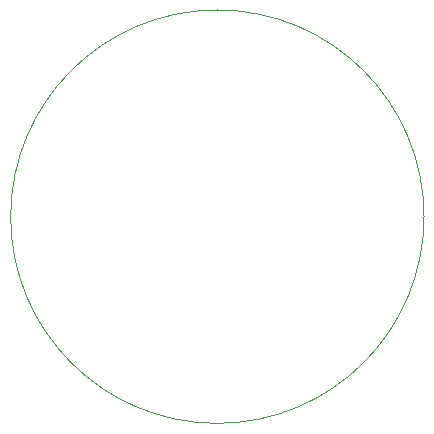
<source format=gbr>
%TF.GenerationSoftware,KiCad,Pcbnew,8.0.7*%
%TF.CreationDate,2025-01-15T15:57:44+02:00*%
%TF.ProjectId,LumiTimeV2,4c756d69-5469-46d6-9556-322e6b696361,rev?*%
%TF.SameCoordinates,Original*%
%TF.FileFunction,Profile,NP*%
%FSLAX46Y46*%
G04 Gerber Fmt 4.6, Leading zero omitted, Abs format (unit mm)*
G04 Created by KiCad (PCBNEW 8.0.7) date 2025-01-15 15:57:44*
%MOMM*%
%LPD*%
G01*
G04 APERTURE LIST*
%TA.AperFunction,Profile*%
%ADD10C,0.050000*%
%TD*%
G04 APERTURE END LIST*
D10*
X167500000Y-100000000D02*
G75*
G02*
X132500000Y-100000000I-17500000J0D01*
G01*
X132500000Y-100000000D02*
G75*
G02*
X167500000Y-100000000I17500000J0D01*
G01*
M02*

</source>
